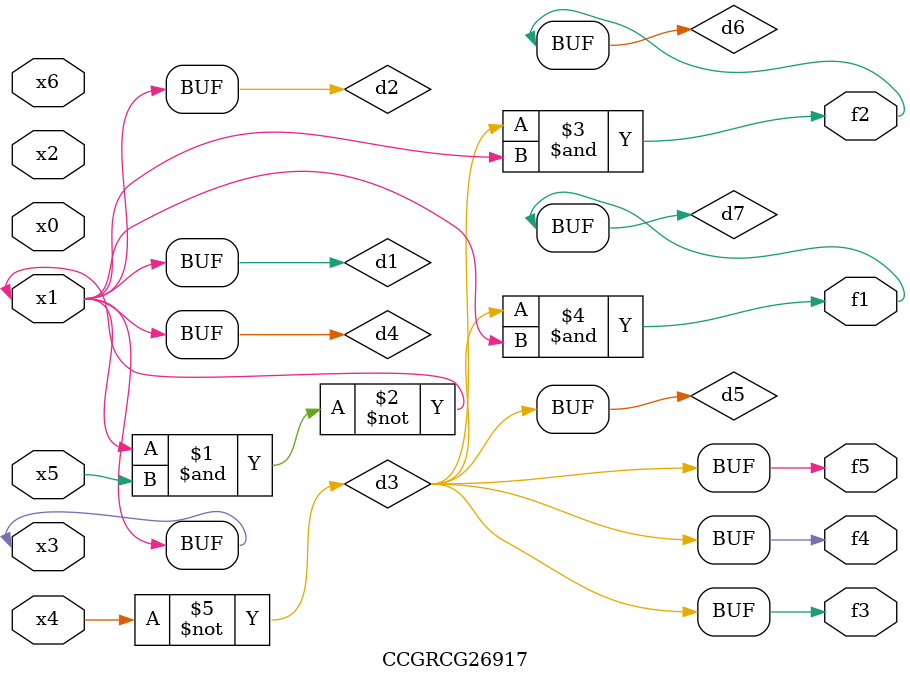
<source format=v>
module CCGRCG26917(
	input x0, x1, x2, x3, x4, x5, x6,
	output f1, f2, f3, f4, f5
);

	wire d1, d2, d3, d4, d5, d6, d7;

	buf (d1, x1, x3);
	nand (d2, x1, x5);
	not (d3, x4);
	buf (d4, d1, d2);
	buf (d5, d3);
	and (d6, d3, d4);
	and (d7, d3, d4);
	assign f1 = d7;
	assign f2 = d6;
	assign f3 = d5;
	assign f4 = d5;
	assign f5 = d5;
endmodule

</source>
